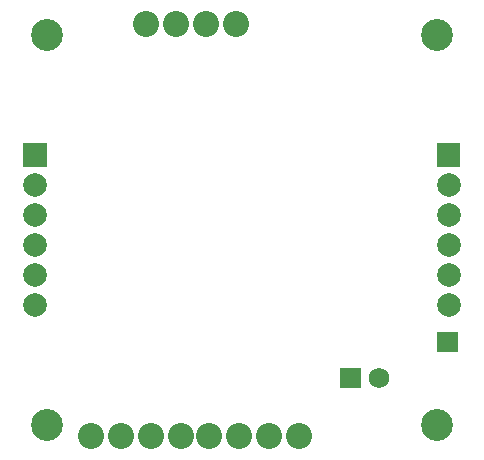
<source format=gbs>
G04 Layer: BottomSolderMaskLayer*
G04 EasyEDA v6.3.22, 2020-01-22T11:07:26+01:00*
G04 dbe5752f4b9e44bf826be982e50114fc,6ac03ef627a24f5ab7c901ca926ad83b,10*
G04 Gerber Generator version 0.2*
G04 Scale: 100 percent, Rotated: No, Reflected: No *
G04 Dimensions in millimeters *
G04 leading zeros omitted , absolute positions ,3 integer and 3 decimal *
%FSLAX33Y33*%
%MOMM*%
G90*
G71D02*

%ADD37C,2.703195*%
%ADD38C,1.727200*%
%ADD45C,2.003196*%
%ADD47C,2.203196*%

%LPD*%
G36*
G01X35537Y8637D02*
G01X35537Y10364D01*
G01X37264Y10364D01*
G01X37264Y8637D01*
G01X35537Y8637D01*
G37*
G54D37*
G01X2500Y2499D03*
G01X35500Y2499D03*
G01X35500Y35499D03*
G01X2500Y35499D03*
G54D38*
G01X30589Y6430D03*
G36*
G01X27335Y5617D02*
G01X27335Y7344D01*
G01X29062Y7344D01*
G01X29062Y5617D01*
G01X27335Y5617D01*
G37*
G54D45*
G01X1500Y12650D03*
G01X1500Y15190D03*
G01X1500Y17730D03*
G01X1500Y20270D03*
G01X1500Y22810D03*
G36*
G01X497Y24347D02*
G01X497Y26351D01*
G01X2501Y26351D01*
G01X2501Y24347D01*
G01X497Y24347D01*
G37*
G01X36500Y12650D03*
G01X36500Y15190D03*
G01X36500Y17730D03*
G01X36500Y20270D03*
G01X36500Y22810D03*
G36*
G01X35499Y24347D02*
G01X35499Y26351D01*
G01X37500Y26351D01*
G01X37500Y24347D01*
G01X35499Y24347D01*
G37*
G54D47*
G01X16256Y1551D03*
G01X18796Y1551D03*
G01X21336Y1551D03*
G01X23876Y1551D03*
G01X6223Y1551D03*
G01X8763Y1551D03*
G01X11303Y1551D03*
G01X13843Y1551D03*
G01X18542Y36476D03*
G01X16002Y36476D03*
G01X13462Y36476D03*
G01X10922Y36476D03*
M00*
M02*

</source>
